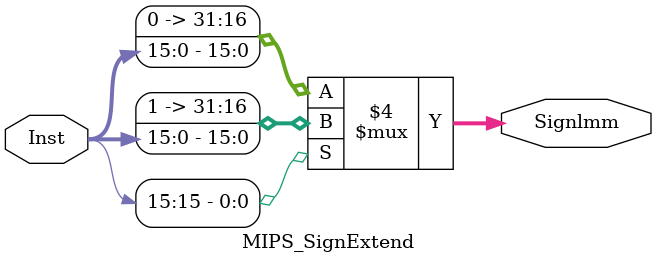
<source format=v>
module MIPS_SignExtend 
  (
  input wire [15:0] Inst,
  output reg [31:0] Signlmm
  );
  
  always @(*)
    begin 
      if (Inst[15] == 0)
        Signlmm = {16'b0 , Inst};
      else
        Signlmm = {~(16'b0) , Inst};
    end
    
  endmodule
</source>
